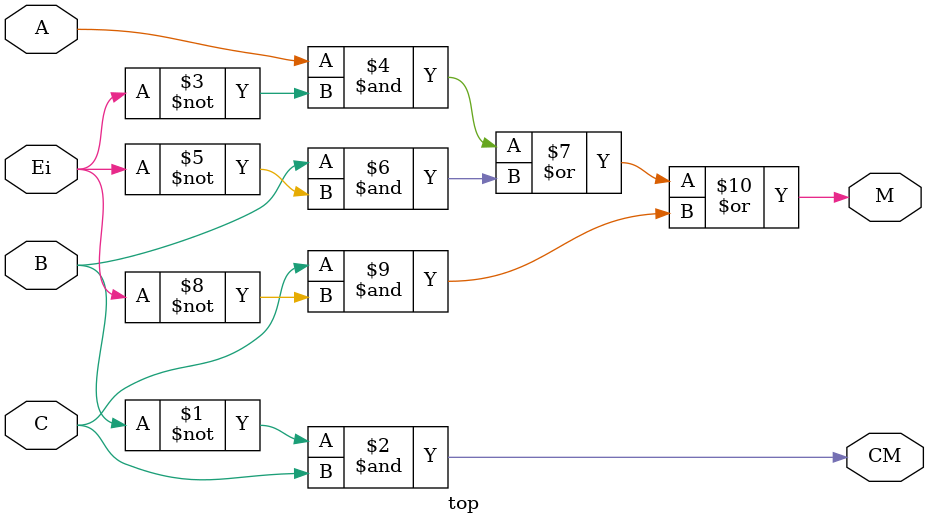
<source format=v>

module top  (
  input Ei,
  input A,
  input B,
  input C,
  output CM,
  output M
);
  assign CM = (~ B & C);
  assign M = ((A & ~ Ei) | (B & ~ Ei) | (C & ~ Ei));
endmodule

</source>
